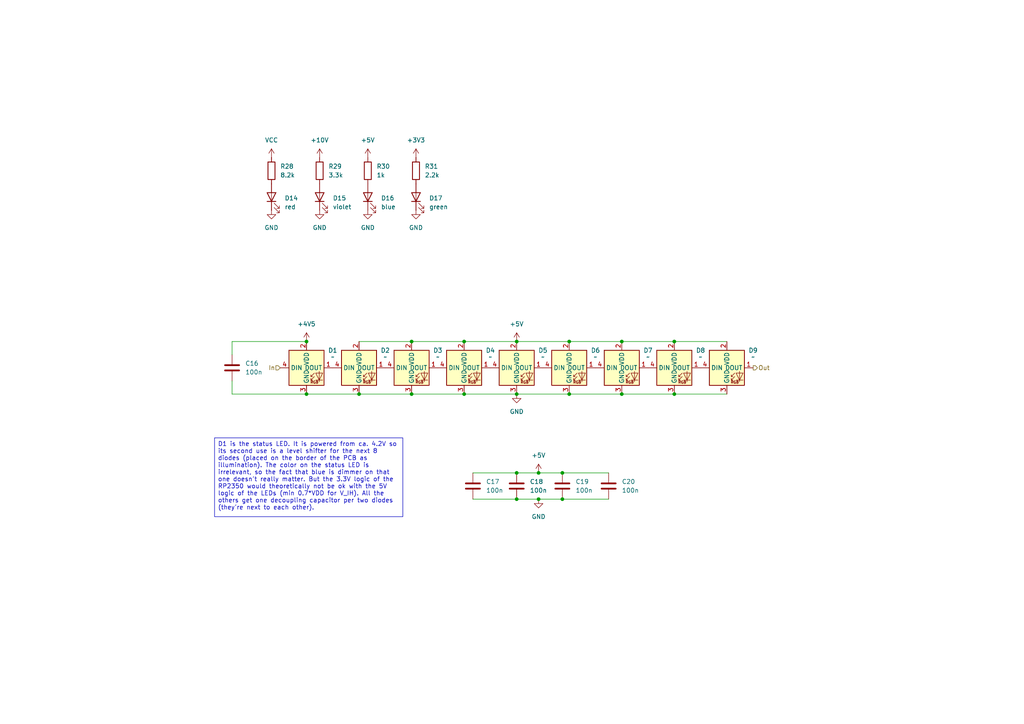
<source format=kicad_sch>
(kicad_sch (version 20250114) (generator "eeschema") (generator_version "9.0")
  (paper "A4")
  (title_block (title "Kolibri FC - Status + Illumination LEDs"))
  (lib_symbols
    (symbol "Device:C" (pin_numbers (hide yes)) (pin_names (offset 0.254))
      (property "Reference" "C" (at 0.635 2.54 0))
      (property "Value" "C" (at 0.635 -2.54 0))
      (symbol "C_0_1"
        (polyline (pts (xy -2.032 0.762) (xy 2.032 0.762)) (stroke (width 0.508)))
        (polyline (pts (xy -2.032 -0.762) (xy 2.032 -0.762)) (stroke (width 0.508)))
      )
      (symbol "C_1_1"
        (pin passive line (at 0 3.81 270) (length 2.794) (name "~") (number "1"))
        (pin passive line (at 0 -3.81 90) (length 2.794) (name "~") (number "2"))
      )
    )
    (symbol "Device:LED" (pin_numbers (hide yes)) (pin_names (offset 1.016) (hide yes))
      (property "Reference" "D" (at 0 2.54 0))
      (property "Value" "LED" (at 0 -2.54 0))
      (symbol "LED_0_1"
        (polyline (pts (xy -3.048 -0.762) (xy -4.572 -2.286) (xy -3.81 -2.286) (xy -4.572 -2.286) (xy -4.572 -1.524)))
        (polyline (pts (xy -1.778 -0.762) (xy -3.302 -2.286) (xy -2.54 -2.286) (xy -3.302 -2.286) (xy -3.302 -1.524)))
        (polyline (pts (xy -1.27 0) (xy 1.27 0)))
        (polyline (pts (xy -1.27 -1.27) (xy -1.27 1.27)) (stroke (width 0.254)))
        (polyline (pts (xy 1.27 -1.27) (xy 1.27 1.27) (xy -1.27 0) (xy 1.27 -1.27)) (stroke (width 0.254)))
      )
      (symbol "LED_1_1"
        (pin passive line (at -3.81 0 0) (length 2.54) (name "K") (number "1"))
        (pin passive line (at 3.81 0 180) (length 2.54) (name "A") (number "2"))
      )
    )
    (symbol "Device:R" (pin_numbers (hide yes)) (pin_names (offset 0))
      (property "Reference" "R" (at 2.032 0 90))
      (property "Value" "R" (at 0 0 90))
      (symbol "R_0_1"
        (rectangle (start -1.016 -2.54) (end 1.016 2.54) (stroke (width 0.254)))
      )
      (symbol "R_1_1"
        (pin passive line (at 0 3.81 270) (length 1.27) (name "~") (number "1"))
        (pin passive line (at 0 -3.81 90) (length 1.27) (name "~") (number "2"))
      )
    )
    (symbol "Kolibri custom:WS2182B_1615"
      (property "Reference" "D" (at 2.286 6.858 0))
      (symbol "WS2182B_1615_0_0"
        (text "RGB" (at 2.286 -4.191 0) (effects (font (size 0.762 0.762))))
      )
      (symbol "WS2182B_1615_0_1"
        (polyline (pts (xy 1.27 -2.54) (xy 1.778 -2.54)))
        (polyline (pts (xy 1.27 -3.556) (xy 1.778 -3.556)))
        (polyline (pts (xy 2.286 -1.524) (xy 1.27 -2.54) (xy 1.27 -2.032)))
        (polyline (pts (xy 2.286 -2.54) (xy 1.27 -3.556) (xy 1.27 -3.048)))
        (polyline (pts (xy 3.683 -1.016) (xy 3.683 -3.556) (xy 3.683 -4.064)))
        (polyline (pts (xy 4.699 -1.524) (xy 2.667 -1.524) (xy 3.683 -3.556) (xy 4.699 -1.524)))
        (polyline (pts (xy 4.699 -3.556) (xy 2.667 -3.556)))
        (rectangle (start 5.08 5.08) (end -5.08 -5.08) (stroke (width 0.254)) (fill (type background)))
      )
      (symbol "WS2182B_1615_1_1"
        (pin input line (at -7.62 0 0) (length 2.54) (name "DIN") (number "4"))
        (pin power_in line (at 0 7.62 270) (length 2.54) (name "VDD") (number "2"))
        (pin power_in line (at 0 -7.62 90) (length 2.54) (name "GND") (number "3"))
        (pin output line (at 7.62 0 180) (length 2.54) (name "DOUT") (number "1"))
      )
    )
    (symbol "power:+10V" (power) (pin_numbers (hide yes)) (pin_names (offset 0) (hide yes))
      (property "Value" "+10V" (at 0 3.556 0))
      (symbol "+10V_0_1"
        (polyline (pts (xy -0.762 1.27) (xy 0 2.54)))
        (polyline (pts (xy 0 2.54) (xy 0.762 1.27)))
        (polyline (pts (xy 0 0) (xy 0 2.54)))
      )
      (symbol "+10V_1_1"
        (pin power_in line (at 0 0 90) (length 0) (name "~") (number "1"))
      )
    )
    (symbol "power:+3V3" (power) (pin_numbers (hide yes)) (pin_names (offset 0) (hide yes))
      (property "Value" "+3V3" (at 0 3.556 0))
      (symbol "+3V3_0_1"
        (polyline (pts (xy -0.762 1.27) (xy 0 2.54)))
        (polyline (pts (xy 0 2.54) (xy 0.762 1.27)))
        (polyline (pts (xy 0 0) (xy 0 2.54)))
      )
      (symbol "+3V3_1_1"
        (pin power_in line (at 0 0 90) (length 0) (name "~") (number "1"))
      )
    )
    (symbol "power:+4V" (power) (pin_numbers (hide yes)) (pin_names (offset 0) (hide yes))
      (property "Value" "+4V" (at 0 3.556 0))
      (symbol "+4V_0_1"
        (polyline (pts (xy -0.762 1.27) (xy 0 2.54)))
        (polyline (pts (xy 0 2.54) (xy 0.762 1.27)))
        (polyline (pts (xy 0 0) (xy 0 2.54)))
      )
      (symbol "+4V_1_1"
        (pin power_in line (at 0 0 90) (length 0) (name "~") (number "1"))
      )
    )
    (symbol "power:+5V" (power) (pin_numbers (hide yes)) (pin_names (offset 0) (hide yes))
      (property "Value" "+5V" (at 0 3.556 0))
      (symbol "+5V_0_1"
        (polyline (pts (xy -0.762 1.27) (xy 0 2.54)))
        (polyline (pts (xy 0 2.54) (xy 0.762 1.27)))
        (polyline (pts (xy 0 0) (xy 0 2.54)))
      )
      (symbol "+5V_1_1"
        (pin power_in line (at 0 0 90) (length 0) (name "~") (number "1"))
      )
    )
    (symbol "power:GND" (power) (pin_numbers (hide yes)) (pin_names (offset 0) (hide yes))
      (property "Value" "GND" (at 0 -3.81 0))
      (symbol "GND_0_1"
        (polyline (pts (xy 0 0) (xy 0 -1.27) (xy 1.27 -1.27) (xy 0 -2.54) (xy -1.27 -1.27) (xy 0 -1.27)))
      )
      (symbol "GND_1_1"
        (pin power_in line (at 0 0 270) (length 0) (name "~") (number "1"))
      )
    )
    (symbol "power:VCC" (power) (pin_numbers (hide yes)) (pin_names (offset 0) (hide yes))
      (property "Value" "VCC" (at 0 3.556 0))
      (symbol "VCC_0_1"
        (polyline (pts (xy -0.762 1.27) (xy 0 2.54)))
        (polyline (pts (xy 0 2.54) (xy 0.762 1.27)))
        (polyline (pts (xy 0 0) (xy 0 2.54)))
      )
      (symbol "VCC_1_1"
        (pin power_in line (at 0 0 90) (length 0) (name "~") (number "1"))
      )
    )
  )
  (text_box "D1 is the status LED. It is powered from ca. 4.2V so its second use is a level shifter for the next 8 diodes (placed on the border of the PCB as illumination). The color on the status LED is irrelevant, so the fact that blue is dimmer on that one doesn't really matter. But the 3.3V logic of the RP2350 would theoretically not be ok with the 5V logic of the LEDs (min 0.7*VDD for V_IH). All the others get one decoupling capacitor per two diodes (they're next to each other)." (at 62.23 127 0) (size 54.61 22.86) (margins 0.9525 0.9525 0.9525 0.9525) (effects (font (size 1.27 1.27)) (justify left top)))
  (junction (at 104.14 114.3))
  (junction (at 119.38 99.06))
  (junction (at 149.86 114.3))
  (junction (at 195.58 99.06))
  (junction (at 149.86 137.16))
  (junction (at 119.38 114.3))
  (junction (at 180.34 99.06))
  (junction (at 134.62 99.06))
  (junction (at 180.34 114.3))
  (junction (at 149.86 99.06))
  (junction (at 149.86 144.78))
  (junction (at 165.1 99.06))
  (junction (at 163.1081 144.78))
  (junction (at 156.21 144.78))
  (junction (at 88.9 114.3))
  (junction (at 195.58 114.3))
  (junction (at 88.9 99.06))
  (junction (at 134.62 114.3))
  (junction (at 165.1 114.3))
  (junction (at 163.1081 137.16))
  (junction (at 156.21 137.16))
  (wire (pts (xy 149.86 144.78) (xy 156.21 144.78)))
  (wire (pts (xy 119.38 99.06) (xy 134.62 99.06)))
  (wire (pts (xy 119.38 114.3) (xy 134.62 114.3)))
  (wire (pts (xy 156.21 144.78) (xy 163.1081 144.78)))
  (wire (pts (xy 134.62 114.3) (xy 149.86 114.3)))
  (wire (pts (xy 163.1081 137.16) (xy 176.53 137.16)))
  (wire (pts (xy 195.58 114.3) (xy 210.82 114.3)))
  (wire (pts (xy 149.86 144.78) (xy 137.16 144.78)))
  (wire (pts (xy 149.86 99.06) (xy 165.1 99.06)))
  (wire (pts (xy 104.14 114.3) (xy 119.38 114.3)))
  (wire (pts (xy 149.86 137.16) (xy 156.21 137.16)))
  (wire (pts (xy 180.34 99.06) (xy 195.58 99.06)))
  (wire (pts (xy 137.16 137.16) (xy 149.86 137.16)))
  (wire (pts (xy 67.31 99.06) (xy 88.9 99.06)))
  (wire (pts (xy 163.1081 144.78) (xy 176.53 144.78)))
  (wire (pts (xy 180.34 114.3) (xy 195.58 114.3)))
  (wire (pts (xy 156.21 137.16) (xy 163.1081 137.16)))
  (wire (pts (xy 134.62 99.06) (xy 149.86 99.06)))
  (wire (pts (xy 67.31 114.3) (xy 88.9 114.3)))
  (wire (pts (xy 165.1 114.3) (xy 180.34 114.3)))
  (wire (pts (xy 104.14 99.06) (xy 119.38 99.06)))
  (wire (pts (xy 165.1 99.06) (xy 180.34 99.06)))
  (wire (pts (xy 195.58 99.06) (xy 210.82 99.06)))
  (wire (pts (xy 67.31 102.87) (xy 67.31 99.06)))
  (wire (pts (xy 88.9 114.3) (xy 104.14 114.3)))
  (wire (pts (xy 67.31 110.49) (xy 67.31 114.3)))
  (wire (pts (xy 149.86 114.3) (xy 165.1 114.3)))
  (hierarchical_label "In" (shape input) (at 81.28 106.68 180))
  (hierarchical_label "Out" (shape output) (at 218.44 106.68 0))
  (symbol (lib_id "power:GND") (at 106.68 60.96 0) (unit 1)
    (property "Reference" "#PWR162" (effects (hide yes)))
    (property "Value" "GND" (at 106.68 66.04 0))
    (property "Description" "Power symbol creates a global label with name \"GND\" , ground" (effects (hide yes)))
  )
  (symbol (lib_id "Kolibri custom:WS2182B_1615") (at 180.34 106.68 0) (unit 1)
    (property "Reference" "D7" (at 187.96 101.6314 0))
    (property "Value" "~" (at 187.96 103.5365 0))
    (property "Footprint" "Kolibri custom:WS2812B_1615" (effects (hide yes)))
    (property "Datasheet" "https://www.lcsc.com/datasheet/lcsc_datasheet_2410121315_XINGLIGHT-XL-1615RGBC-WS2812B_C5349954.pdf" (effects (hide yes)))
    (property "Description" "WS2812B RGB LED 1.6x1.5mm" (effects (hide yes)))
  )
  (symbol (lib_id "Device:C") (at 137.16 140.97 0) (unit 1)
    (property "Reference" "C17" (at 140.97 139.6999 0) (effects (justify left)))
    (property "Value" "100n" (at 140.97 142.2399 0) (effects (justify left)))
    (property "Footprint" "Capacitor_SMD:C_0402_1005Metric" (effects (hide yes)))
    (property "Description" "Unpolarized capacitor" (effects (hide yes)))
  )
  (symbol (lib_id "power:GND") (at 156.21 144.78 0) (unit 1)
    (property "Reference" "#PWR017" (effects (hide yes)))
    (property "Value" "GND" (at 156.21 149.86 0))
    (property "Description" "Power symbol creates a global label with name \"GND\" , ground" (effects (hide yes)))
  )
  (symbol (lib_id "Kolibri custom:WS2182B_1615") (at 195.58 106.68 0) (unit 1)
    (property "Reference" "D8" (at 203.2 101.6314 0))
    (property "Value" "~" (at 203.2 103.5365 0))
    (property "Footprint" "Kolibri custom:WS2812B_1615" (effects (hide yes)))
    (property "Datasheet" "https://www.lcsc.com/datasheet/lcsc_datasheet_2410121315_XINGLIGHT-XL-1615RGBC-WS2812B_C5349954.pdf" (effects (hide yes)))
    (property "Description" "WS2812B RGB LED 1.6x1.5mm" (effects (hide yes)))
  )
  (symbol (lib_id "Kolibri custom:WS2182B_1615") (at 134.62 106.68 0) (unit 1)
    (property "Reference" "D4" (at 142.24 101.6314 0))
    (property "Value" "~" (at 142.24 103.5365 0))
    (property "Footprint" "Kolibri custom:WS2812B_1615" (effects (hide yes)))
    (property "Datasheet" "https://www.lcsc.com/datasheet/lcsc_datasheet_2410121315_XINGLIGHT-XL-1615RGBC-WS2812B_C5349954.pdf" (effects (hide yes)))
    (property "Description" "WS2812B RGB LED 1.6x1.5mm" (effects (hide yes)))
  )
  (symbol (lib_id "power:+10V") (at 92.71 45.72 0) (unit 1)
    (property "Reference" "#PWR166" (effects (hide yes)))
    (property "Value" "+10V" (at 92.71 40.64 0))
    (property "Description" "Power symbol creates a global label with name \"+10V\"" (effects (hide yes)))
  )
  (symbol (lib_id "Device:LED") (at 92.71 57.15 90) (unit 1)
    (property "Reference" "D15" (at 96.52 57.4674 90) (effects (justify right)))
    (property "Value" "violet" (at 96.52 60.0074 90) (effects (justify right)))
    (property "Footprint" "LED_SMD:LED_0603_1608Metric" (effects (hide yes)))
    (property "Description" "Light emitting diode" (effects (hide yes)))
  )
  (symbol (lib_id "Kolibri custom:WS2182B_1615") (at 119.38 106.68 0) (unit 1)
    (property "Reference" "D3" (at 127 101.6314 0))
    (property "Value" "~" (at 127 103.5365 0))
    (property "Footprint" "Kolibri custom:WS2812B_1615" (effects (hide yes)))
    (property "Datasheet" "https://www.lcsc.com/datasheet/lcsc_datasheet_2410121315_XINGLIGHT-XL-1615RGBC-WS2812B_C5349954.pdf" (effects (hide yes)))
    (property "Description" "WS2812B RGB LED 1.6x1.5mm" (effects (hide yes)))
  )
  (symbol (lib_id "Device:R") (at 120.65 49.53 0) (unit 1)
    (property "Reference" "R31" (at 123.19 48.2599 0) (effects (justify left)))
    (property "Value" "2.2k" (at 123.19 50.7999 0) (effects (justify left)))
    (property "Footprint" "Resistor_SMD:R_0402_1005Metric" (effects (hide yes)))
    (property "Description" "Resistor" (effects (hide yes)))
  )
  (symbol (lib_id "power:GND") (at 92.71 60.96 0) (unit 1)
    (property "Reference" "#PWR161" (effects (hide yes)))
    (property "Value" "GND" (at 92.71 66.04 0))
    (property "Description" "Power symbol creates a global label with name \"GND\" , ground" (effects (hide yes)))
  )
  (symbol (lib_id "Device:C") (at 163.1081 140.97 0) (unit 1)
    (property "Reference" "C19" (at 166.9181 139.6999 0) (effects (justify left)))
    (property "Value" "100n" (at 166.9181 142.2399 0) (effects (justify left)))
    (property "Footprint" "Capacitor_SMD:C_0402_1005Metric" (effects (hide yes)))
    (property "Description" "Unpolarized capacitor" (effects (hide yes)))
  )
  (symbol (lib_id "Device:C") (at 176.53 140.97 0) (unit 1)
    (property "Reference" "C20" (at 180.34 139.6999 0) (effects (justify left)))
    (property "Value" "100n" (at 180.34 142.2399 0) (effects (justify left)))
    (property "Footprint" "Capacitor_SMD:C_0402_1005Metric" (effects (hide yes)))
    (property "Description" "Unpolarized capacitor" (effects (hide yes)))
  )
  (symbol (lib_id "Device:R") (at 92.71 49.53 0) (unit 1)
    (property "Reference" "R29" (at 95.25 48.2599 0) (effects (justify left)))
    (property "Value" "3.3k" (at 95.25 50.7999 0) (effects (justify left)))
    (property "Footprint" "Resistor_SMD:R_0402_1005Metric" (effects (hide yes)))
    (property "Description" "Resistor" (effects (hide yes)))
  )
  (symbol (lib_id "power:+4V") (at 88.9 99.06 0) (unit 1)
    (property "Reference" "#PWR048" (effects (hide yes)))
    (property "Value" "+4V5" (at 88.9 93.98 0))
    (property "Description" "Power symbol creates a global label with name \"+4V\"" (effects (hide yes)))
  )
  (symbol (lib_id "Device:LED") (at 78.74 57.15 90) (unit 1)
    (property "Reference" "D14" (at 82.55 57.4674 90) (effects (justify right)))
    (property "Value" "red" (at 82.55 60.0074 90) (effects (justify right)))
    (property "Footprint" "LED_SMD:LED_0603_1608Metric" (effects (hide yes)))
    (property "Description" "Light emitting diode" (effects (hide yes)))
  )
  (symbol (lib_id "Device:LED") (at 106.68 57.15 90) (unit 1)
    (property "Reference" "D16" (at 110.49 57.4674 90) (effects (justify right)))
    (property "Value" "blue" (at 110.49 60.0074 90) (effects (justify right)))
    (property "Footprint" "LED_SMD:LED_0603_1608Metric" (effects (hide yes)))
    (property "Description" "Light emitting diode" (effects (hide yes)))
  )
  (symbol (lib_id "power:GND") (at 120.65 60.96 0) (unit 1)
    (property "Reference" "#PWR163" (effects (hide yes)))
    (property "Value" "GND" (at 120.65 66.04 0))
    (property "Description" "Power symbol creates a global label with name \"GND\" , ground" (effects (hide yes)))
  )
  (symbol (lib_id "Device:LED") (at 120.65 57.15 90) (unit 1)
    (property "Reference" "D17" (at 124.46 57.4674 90) (effects (justify right)))
    (property "Value" "green" (at 124.46 60.0074 90) (effects (justify right)))
    (property "Footprint" "LED_SMD:LED_0603_1608Metric" (effects (hide yes)))
    (property "Description" "Light emitting diode" (effects (hide yes)))
  )
  (symbol (lib_id "Kolibri custom:WS2182B_1615") (at 88.9 106.68 0) (unit 1)
    (property "Reference" "D1" (at 96.52 101.6314 0))
    (property "Value" "~" (at 96.52 103.5365 0))
    (property "Footprint" "Kolibri custom:WS2812B_1615" (effects (hide yes)))
    (property "Datasheet" "https://www.lcsc.com/datasheet/lcsc_datasheet_2410121315_XINGLIGHT-XL-1615RGBC-WS2812B_C5349954.pdf" (effects (hide yes)))
    (property "Description" "WS2812B RGB LED 1.6x1.5mm" (effects (hide yes)))
  )
  (symbol (lib_id "Device:R") (at 78.74 49.53 0) (unit 1)
    (property "Reference" "R28" (at 81.28 48.2599 0) (effects (justify left)))
    (property "Value" "8.2k" (at 81.28 50.7999 0) (effects (justify left)))
    (property "Footprint" "Resistor_SMD:R_0402_1005Metric" (effects (hide yes)))
    (property "Description" "Resistor" (effects (hide yes)))
  )
  (symbol (lib_id "power:+5V") (at 156.21 137.16 0) (unit 1)
    (property "Reference" "#PWR015" (effects (hide yes)))
    (property "Value" "+5V" (at 156.21 132.08 0))
    (property "Description" "Power symbol creates a global label with name \"+5V\"" (effects (hide yes)))
  )
  (symbol (lib_id "power:+5V") (at 106.68 45.72 0) (unit 1)
    (property "Reference" "#PWR167" (effects (hide yes)))
    (property "Value" "+5V" (at 106.68 40.64 0))
    (property "Description" "Power symbol creates a global label with name \"+5V\"" (effects (hide yes)))
  )
  (symbol (lib_id "Device:C") (at 149.86 140.97 0) (unit 1)
    (property "Reference" "C18" (at 153.67 139.6999 0) (effects (justify left)))
    (property "Value" "100n" (at 153.67 142.2399 0) (effects (justify left)))
    (property "Footprint" "Capacitor_SMD:C_0402_1005Metric" (effects (hide yes)))
    (property "Description" "Unpolarized capacitor" (effects (hide yes)))
  )
  (symbol (lib_id "power:GND") (at 149.86 114.3 0) (unit 1)
    (property "Reference" "#PWR013" (effects (hide yes)))
    (property "Value" "GND" (at 149.86 119.38 0))
    (property "Description" "Power symbol creates a global label with name \"GND\" , ground" (effects (hide yes)))
  )
  (symbol (lib_id "Kolibri custom:WS2182B_1615") (at 104.14 106.68 0) (unit 1)
    (property "Reference" "D2" (at 111.76 101.6314 0))
    (property "Value" "~" (at 111.76 103.5365 0))
    (property "Footprint" "Kolibri custom:WS2812B_1615" (effects (hide yes)))
    (property "Datasheet" "https://www.lcsc.com/datasheet/lcsc_datasheet_2410121315_XINGLIGHT-XL-1615RGBC-WS2812B_C5349954.pdf" (effects (hide yes)))
    (property "Description" "WS2812B RGB LED 1.6x1.5mm" (effects (hide yes)))
  )
  (symbol (lib_id "Kolibri custom:WS2182B_1615") (at 165.1 106.68 0) (unit 1)
    (property "Reference" "D6" (at 172.72 101.6314 0))
    (property "Value" "~" (at 172.72 103.5365 0))
    (property "Footprint" "Kolibri custom:WS2812B_1615" (effects (hide yes)))
    (property "Datasheet" "https://www.lcsc.com/datasheet/lcsc_datasheet_2410121315_XINGLIGHT-XL-1615RGBC-WS2812B_C5349954.pdf" (effects (hide yes)))
    (property "Description" "WS2812B RGB LED 1.6x1.5mm" (effects (hide yes)))
  )
  (symbol (lib_id "power:GND") (at 78.74 60.96 0) (unit 1)
    (property "Reference" "#PWR160" (effects (hide yes)))
    (property "Value" "GND" (at 78.74 66.04 0))
    (property "Description" "Power symbol creates a global label with name \"GND\" , ground" (effects (hide yes)))
  )
  (symbol (lib_id "power:+5V") (at 149.86 99.06 0) (unit 1)
    (property "Reference" "#PWR014" (effects (hide yes)))
    (property "Value" "+5V" (at 149.86 93.98 0))
    (property "Description" "Power symbol creates a global label with name \"+5V\"" (effects (hide yes)))
  )
  (symbol (lib_id "Device:R") (at 106.68 49.53 0) (unit 1)
    (property "Reference" "R30" (at 109.22 48.2599 0) (effects (justify left)))
    (property "Value" "1k" (at 109.22 50.7999 0) (effects (justify left)))
    (property "Footprint" "Resistor_SMD:R_0402_1005Metric" (effects (hide yes)))
    (property "Description" "Resistor" (effects (hide yes)))
  )
  (symbol (lib_id "Kolibri custom:WS2182B_1615") (at 210.82 106.68 0) (unit 1)
    (property "Reference" "D9" (at 218.44 101.6314 0))
    (property "Value" "~" (at 218.44 103.5365 0))
    (property "Footprint" "Kolibri custom:WS2812B_1615" (effects (hide yes)))
    (property "Datasheet" "https://www.lcsc.com/datasheet/lcsc_datasheet_2410121315_XINGLIGHT-XL-1615RGBC-WS2812B_C5349954.pdf" (effects (hide yes)))
    (property "Description" "WS2812B RGB LED 1.6x1.5mm" (effects (hide yes)))
  )
  (symbol (lib_id "power:VCC") (at 78.74 45.72 0) (unit 1)
    (property "Reference" "#PWR165" (effects (hide yes)))
    (property "Value" "VCC" (at 78.74 40.64 0))
    (property "Description" "Power symbol creates a global label with name \"VCC\"" (effects (hide yes)))
  )
  (symbol (lib_id "power:+3V3") (at 120.65 45.72 0) (unit 1)
    (property "Reference" "#PWR168" (effects (hide yes)))
    (property "Value" "+3V3" (at 120.65 40.64 0))
    (property "Description" "Power symbol creates a global label with name \"+3V3\"" (effects (hide yes)))
  )
  (symbol (lib_id "Device:C") (at 67.31 106.68 0) (unit 1)
    (property "Reference" "C16" (at 71.12 105.4099 0) (effects (justify left)))
    (property "Value" "100n" (at 71.12 107.9499 0) (effects (justify left)))
    (property "Footprint" "Capacitor_SMD:C_0402_1005Metric" (effects (hide yes)))
    (property "Description" "Unpolarized capacitor" (effects (hide yes)))
  )
  (symbol (lib_id "Kolibri custom:WS2182B_1615") (at 149.86 106.68 0) (unit 1)
    (property "Reference" "D5" (at 157.48 101.6314 0))
    (property "Value" "~" (at 157.48 103.5365 0))
    (property "Footprint" "Kolibri custom:WS2812B_1615" (effects (hide yes)))
    (property "Datasheet" "https://www.lcsc.com/datasheet/lcsc_datasheet_2410121315_XINGLIGHT-XL-1615RGBC-WS2812B_C5349954.pdf" (effects (hide yes)))
    (property "Description" "WS2812B RGB LED 1.6x1.5mm" (effects (hide yes)))
  )
)
</source>
